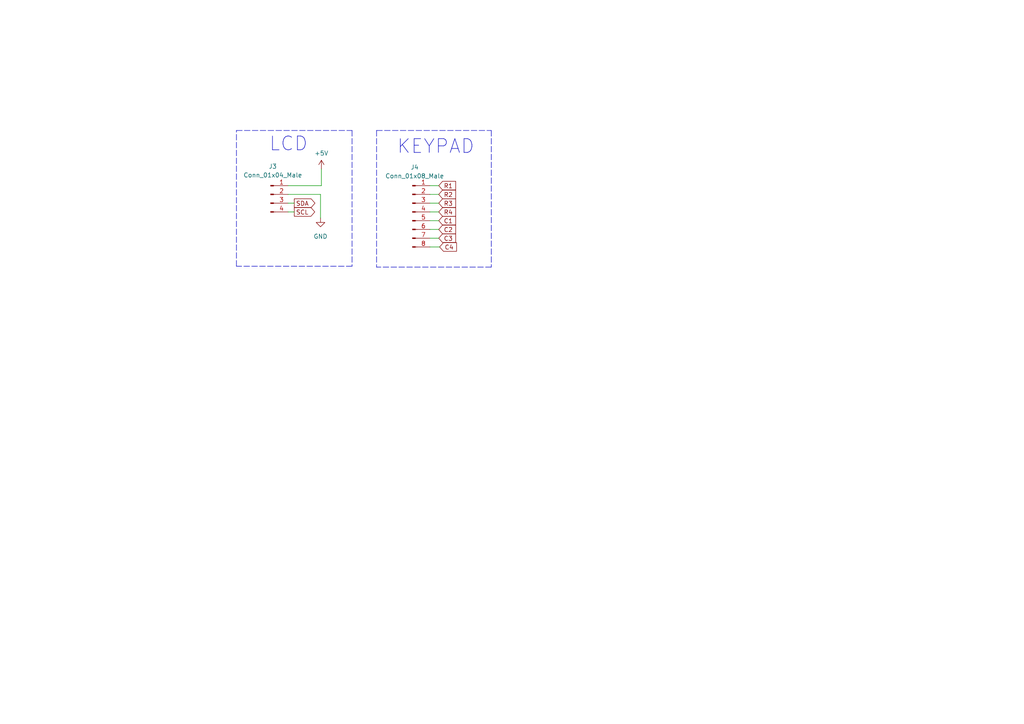
<source format=kicad_sch>
(kicad_sch (version 20211123) (generator eeschema)
  (paper "A4")
  (lib_symbols
    (symbol "Connector:Conn_01x04_Male" (pin_names (offset 1.016) hide)
      (property "Reference" "J" (at 0 5.08 0))
      (property "Value" "Conn_01x04_Male" (at 0 -7.62 0))
      (symbol "Conn_01x04_Male_1_1"
        (polyline (pts (xy 1.27 -5.08) (xy 0.8636 -5.08)) (stroke (width 0.1524)))
        (polyline (pts (xy 1.27 -2.54) (xy 0.8636 -2.54)) (stroke (width 0.1524)))
        (polyline (pts (xy 1.27 0) (xy 0.8636 0)) (stroke (width 0.1524)))
        (polyline (pts (xy 1.27 2.54) (xy 0.8636 2.54)) (stroke (width 0.1524)))
        (rectangle (start 0.8636 -4.953) (end 0 -5.207) (stroke (width 0.1524)) (fill (type outline)))
        (rectangle (start 0.8636 -2.413) (end 0 -2.667) (stroke (width 0.1524)) (fill (type outline)))
        (rectangle (start 0.8636 0.127) (end 0 -0.127) (stroke (width 0.1524)) (fill (type outline)))
        (rectangle (start 0.8636 2.667) (end 0 2.413) (stroke (width 0.1524)) (fill (type outline)))
        (pin passive line (at 5.08 2.54 180) (length 3.81) (name "Pin_1") (number "1"))
        (pin passive line (at 5.08 0 180) (length 3.81) (name "Pin_2") (number "2"))
        (pin passive line (at 5.08 -2.54 180) (length 3.81) (name "Pin_3") (number "3"))
        (pin passive line (at 5.08 -5.08 180) (length 3.81) (name "Pin_4") (number "4"))
      )
    )
    (symbol "Connector:Conn_01x08_Male" (pin_names (offset 1.016) hide)
      (property "Reference" "J" (at 0 10.16 0))
      (property "Value" "Conn_01x08_Male" (at 0 -12.7 0))
      (symbol "Conn_01x08_Male_1_1"
        (polyline (pts (xy 1.27 -10.16) (xy 0.8636 -10.16)) (stroke (width 0.1524)))
        (polyline (pts (xy 1.27 -7.62) (xy 0.8636 -7.62)) (stroke (width 0.1524)))
        (polyline (pts (xy 1.27 -5.08) (xy 0.8636 -5.08)) (stroke (width 0.1524)))
        (polyline (pts (xy 1.27 -2.54) (xy 0.8636 -2.54)) (stroke (width 0.1524)))
        (polyline (pts (xy 1.27 0) (xy 0.8636 0)) (stroke (width 0.1524)))
        (polyline (pts (xy 1.27 2.54) (xy 0.8636 2.54)) (stroke (width 0.1524)))
        (polyline (pts (xy 1.27 5.08) (xy 0.8636 5.08)) (stroke (width 0.1524)))
        (polyline (pts (xy 1.27 7.62) (xy 0.8636 7.62)) (stroke (width 0.1524)))
        (rectangle (start 0.8636 -10.033) (end 0 -10.287) (stroke (width 0.1524)) (fill (type outline)))
        (rectangle (start 0.8636 -7.493) (end 0 -7.747) (stroke (width 0.1524)) (fill (type outline)))
        (rectangle (start 0.8636 -4.953) (end 0 -5.207) (stroke (width 0.1524)) (fill (type outline)))
        (rectangle (start 0.8636 -2.413) (end 0 -2.667) (stroke (width 0.1524)) (fill (type outline)))
        (rectangle (start 0.8636 0.127) (end 0 -0.127) (stroke (width 0.1524)) (fill (type outline)))
        (rectangle (start 0.8636 2.667) (end 0 2.413) (stroke (width 0.1524)) (fill (type outline)))
        (rectangle (start 0.8636 5.207) (end 0 4.953) (stroke (width 0.1524)) (fill (type outline)))
        (rectangle (start 0.8636 7.747) (end 0 7.493) (stroke (width 0.1524)) (fill (type outline)))
        (pin passive line (at 5.08 7.62 180) (length 3.81) (name "Pin_1") (number "1"))
        (pin passive line (at 5.08 5.08 180) (length 3.81) (name "Pin_2") (number "2"))
        (pin passive line (at 5.08 2.54 180) (length 3.81) (name "Pin_3") (number "3"))
        (pin passive line (at 5.08 0 180) (length 3.81) (name "Pin_4") (number "4"))
        (pin passive line (at 5.08 -2.54 180) (length 3.81) (name "Pin_5") (number "5"))
        (pin passive line (at 5.08 -5.08 180) (length 3.81) (name "Pin_6") (number "6"))
        (pin passive line (at 5.08 -7.62 180) (length 3.81) (name "Pin_7") (number "7"))
        (pin passive line (at 5.08 -10.16 180) (length 3.81) (name "Pin_8") (number "8"))
      )
    )
    (symbol "power:+5V" (power) (pin_names (offset 0))
      (property "Value" "+5V" (at 0 3.556 0))
      (symbol "+5V_0_1"
        (polyline (pts (xy -0.762 1.27) (xy 0 2.54)))
        (polyline (pts (xy 0 0) (xy 0 2.54)))
        (polyline (pts (xy 0 2.54) (xy 0.762 1.27)))
      )
      (symbol "+5V_1_1"
        (pin power_in line (at 0 0 90) (length 0) hide (name "+5V") (number "1"))
      )
    )
    (symbol "power:GND" (power) (pin_names (offset 0))
      (property "Value" "GND" (at 0 -3.81 0))
      (symbol "GND_0_1"
        (polyline (pts (xy 0 0) (xy 0 -1.27) (xy 1.27 -1.27) (xy 0 -2.54) (xy -1.27 -1.27) (xy 0 -1.27)))
      )
      (symbol "GND_1_1"
        (pin power_in line (at 0 0 270) (length 0) hide (name "GND") (number "1"))
      )
    )
  )
  (wire (pts (xy 93.218 49.022) (xy 93.218 53.848)))
  (wire (pts (xy 124.714 58.928) (xy 127.254 58.928)))
  (polyline (pts (xy 142.494 37.846) (xy 142.494 77.47)))
  (wire (pts (xy 92.964 56.388) (xy 92.964 63.246)))
  (polyline (pts (xy 109.22 37.846) (xy 142.494 37.846)))
  (wire (pts (xy 83.566 56.388) (xy 92.964 56.388)))
  (wire (pts (xy 124.714 56.388) (xy 127.254 56.388)))
  (polyline (pts (xy 102.108 77.216) (xy 68.58 77.216)))
  (wire (pts (xy 124.714 69.088) (xy 127.254 69.088)))
  (wire (pts (xy 124.714 53.848) (xy 127.254 53.848)))
  (polyline (pts (xy 68.58 37.846) (xy 102.108 37.846)))
  (wire (pts (xy 83.566 53.848) (xy 93.218 53.848)))
  (wire (pts (xy 124.714 64.008) (xy 127.254 64.008)))
  (polyline (pts (xy 109.22 37.846) (xy 109.22 77.47)))
  (wire (pts (xy 124.714 71.628) (xy 127.508 71.628)))
  (wire (pts (xy 83.566 58.928) (xy 85.344 58.928)))
  (wire (pts (xy 124.714 61.468) (xy 127.254 61.468)))
  (wire (pts (xy 83.566 61.468) (xy 85.344 61.468)))
  (polyline (pts (xy 142.494 77.47) (xy 109.22 77.47)))
  (polyline (pts (xy 68.58 77.216) (xy 68.58 37.846)))
  (wire (pts (xy 124.714 66.548) (xy 127.254 66.548)))
  (polyline (pts (xy 102.108 37.846) (xy 102.108 77.216)))
  (text "LCD\n" (at 77.978 44.196 0) (effects (font (size 4 4)) (justify left bottom)))
  (text "KEYPAD\n" (at 115.062 44.958 0) (effects (font (size 4 4)) (justify left bottom)))
  (global_label "C3" (shape input) (at 127.254 69.088 0) (property "Intersheet References" "${INTERSHEET_REFS}" (effects hide)))
  (global_label "C2" (shape input) (at 127.254 66.548 0) (property "Intersheet References" "${INTERSHEET_REFS}" (effects hide)))
  (global_label "R2" (shape input) (at 127.254 56.388 0) (property "Intersheet References" "${INTERSHEET_REFS}" (effects hide)))
  (global_label "R3" (shape input) (at 127.254 58.928 0) (property "Intersheet References" "${INTERSHEET_REFS}" (effects hide)))
  (global_label "C1" (shape input) (at 127.254 64.008 0) (property "Intersheet References" "${INTERSHEET_REFS}" (effects hide)))
  (global_label "SCL" (shape output) (at 85.344 61.468 0) (property "Intersheet References" "${INTERSHEET_REFS}" (effects hide)))
  (global_label "SDA" (shape output) (at 85.344 58.928 0) (property "Intersheet References" "${INTERSHEET_REFS}" (effects hide)))
  (global_label "C4" (shape input) (at 127.508 71.628 0) (property "Intersheet References" "${INTERSHEET_REFS}" (effects hide)))
  (global_label "R4" (shape input) (at 127.254 61.468 0) (property "Intersheet References" "${INTERSHEET_REFS}" (effects hide)))
  (global_label "R1" (shape input) (at 127.254 53.848 0) (property "Intersheet References" "${INTERSHEET_REFS}" (effects hide)))
  (symbol (lib_id "Connector:Conn_01x04_Male") (at 78.486 56.388 0) (unit 1)
    (property "Reference" "J3" (at 79.121 48.26 0))
    (property "Value" "Conn_01x04_Male" (at 79.121 50.8 0))
    (property "Footprint" "UserLibrary:PinHeader_1x04_P2.54mm_Vertical" (effects hide))
  )
  (symbol (lib_id "Connector:Conn_01x08_Male") (at 119.634 61.468 0) (unit 1)
    (property "Reference" "J4" (at 120.269 48.514 0))
    (property "Value" "Conn_01x08_Male" (at 120.269 51.054 0))
    (property "Footprint" "UserLibrary:PinHeader_1x08_P2.54mm_Vertical" (effects hide))
  )
  (symbol (lib_id "power:GND") (at 92.964 63.246 0) (unit 1)
    (property "Reference" "#PWR028" (effects hide))
    (property "Value" "GND" (at 92.964 68.58 0))
  )
  (symbol (lib_id "power:+5V") (at 93.218 49.022 0) (unit 1)
    (property "Reference" "#PWR029" (effects hide))
    (property "Value" "+5V" (at 93.218 44.45 0))
  )
)
</source>
